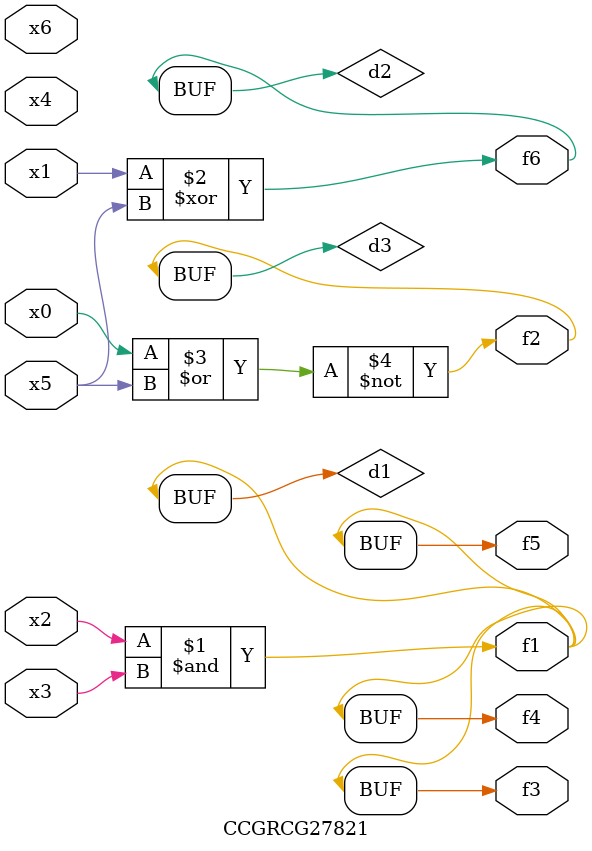
<source format=v>
module CCGRCG27821(
	input x0, x1, x2, x3, x4, x5, x6,
	output f1, f2, f3, f4, f5, f6
);

	wire d1, d2, d3;

	and (d1, x2, x3);
	xor (d2, x1, x5);
	nor (d3, x0, x5);
	assign f1 = d1;
	assign f2 = d3;
	assign f3 = d1;
	assign f4 = d1;
	assign f5 = d1;
	assign f6 = d2;
endmodule

</source>
